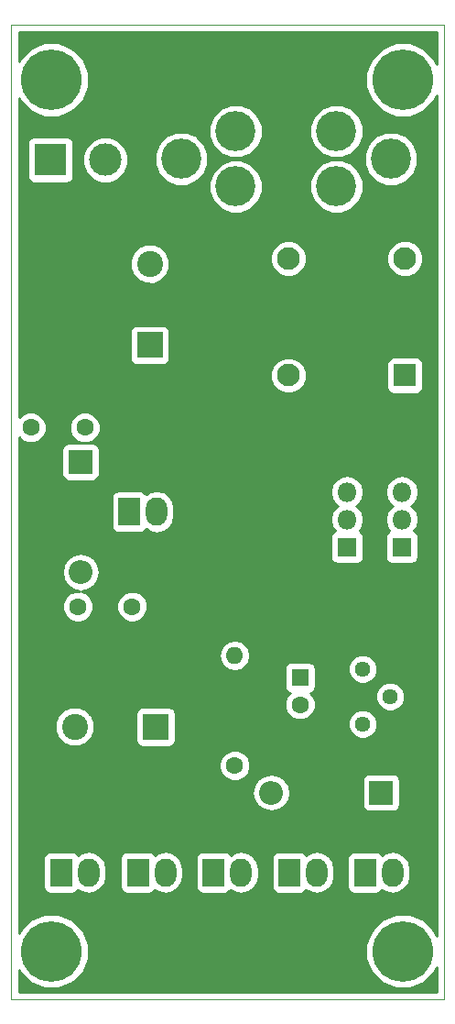
<source format=gtl>
G04 #@! TF.FileFunction,Copper,L1,Top,Signal*
%FSLAX46Y46*%
G04 Gerber Fmt 4.6, Leading zero omitted, Abs format (unit mm)*
G04 Created by KiCad (PCBNEW 4.0.7) date 03/19/18 23:16:35*
%MOMM*%
%LPD*%
G01*
G04 APERTURE LIST*
%ADD10C,0.100000*%
%ADD11C,2.100000*%
%ADD12R,2.100000X2.100000*%
%ADD13C,1.600000*%
%ADD14R,2.400000X2.400000*%
%ADD15C,2.400000*%
%ADD16R,1.600000X1.600000*%
%ADD17R,2.200000X2.200000*%
%ADD18O,2.200000X2.200000*%
%ADD19R,3.000000X3.000000*%
%ADD20C,3.000000*%
%ADD21R,2.000000X2.600000*%
%ADD22O,2.000000X2.600000*%
%ADD23O,1.600000X1.600000*%
%ADD24C,1.440000*%
%ADD25R,1.800000X1.800000*%
%ADD26O,1.800000X1.800000*%
%ADD27C,3.700000*%
%ADD28C,5.600000*%
%ADD29C,0.600000*%
%ADD30C,0.254000*%
G04 APERTURE END LIST*
D10*
X159800000Y-142400000D02*
X119800000Y-142400000D01*
X159800000Y-52400000D02*
X159800000Y-142400000D01*
X119800000Y-52400000D02*
X159800000Y-52400000D01*
X119800000Y-142400000D02*
X119800000Y-52400000D01*
D11*
X145400000Y-74000000D03*
X145400000Y-84800000D03*
D12*
X156200000Y-84800000D03*
D11*
X156200000Y-74000000D03*
D13*
X126600000Y-89600000D03*
X121600000Y-89600000D03*
D14*
X132600000Y-82000000D03*
D15*
X132600000Y-74500000D03*
D16*
X146500000Y-112700000D03*
D13*
X146500000Y-115200000D03*
X130950000Y-106150000D03*
X125950000Y-106150000D03*
D14*
X133150000Y-117250000D03*
D15*
X125650000Y-117250000D03*
D17*
X126200000Y-92800000D03*
D18*
X126200000Y-102960000D03*
D17*
X154000000Y-123325000D03*
D18*
X143840000Y-123325000D03*
D19*
X123400000Y-64900000D03*
D20*
X128480000Y-64900000D03*
D21*
X131500000Y-130700000D03*
D22*
X134040000Y-130700000D03*
D21*
X138500000Y-130700000D03*
D22*
X141040000Y-130700000D03*
D21*
X145500000Y-130700000D03*
D22*
X148040000Y-130700000D03*
D21*
X152500000Y-130700000D03*
D22*
X155040000Y-130700000D03*
D21*
X124400000Y-130700000D03*
D22*
X126940000Y-130700000D03*
D13*
X140450000Y-120825000D03*
D23*
X140450000Y-110665000D03*
D24*
X152300000Y-116980000D03*
X154840000Y-114440000D03*
X152300000Y-111900000D03*
D25*
X150850000Y-100650000D03*
D26*
X150850000Y-98110000D03*
X150850000Y-95570000D03*
D25*
X155900000Y-100650000D03*
D26*
X155900000Y-98110000D03*
X155900000Y-95570000D03*
D27*
X135500000Y-64800000D03*
X154900000Y-64800000D03*
X140540000Y-67360000D03*
X140540000Y-62250000D03*
X149860000Y-67340000D03*
X149860000Y-62240000D03*
D28*
X156000000Y-57500000D03*
X123500000Y-57500000D03*
X156000000Y-138000000D03*
X123500000Y-138000000D03*
D21*
X130700000Y-97400000D03*
D22*
X133240000Y-97400000D03*
D29*
X121600000Y-79200000D03*
D30*
G36*
X159115000Y-56043834D02*
X158913750Y-55556771D01*
X157948312Y-54589646D01*
X156686261Y-54065597D01*
X155319734Y-54064405D01*
X154056771Y-54586250D01*
X153089646Y-55551688D01*
X152565597Y-56813739D01*
X152564405Y-58180266D01*
X153086250Y-59443229D01*
X154051688Y-60410354D01*
X155313739Y-60934403D01*
X156680266Y-60935595D01*
X157943229Y-60413750D01*
X158910354Y-59448312D01*
X159115000Y-58955469D01*
X159115000Y-136543834D01*
X158913750Y-136056771D01*
X157948312Y-135089646D01*
X156686261Y-134565597D01*
X155319734Y-134564405D01*
X154056771Y-135086250D01*
X153089646Y-136051688D01*
X152565597Y-137313739D01*
X152564405Y-138680266D01*
X153086250Y-139943229D01*
X154051688Y-140910354D01*
X155313739Y-141434403D01*
X156680266Y-141435595D01*
X157943229Y-140913750D01*
X158910354Y-139948312D01*
X159115000Y-139455469D01*
X159115000Y-141715000D01*
X120485000Y-141715000D01*
X120485000Y-139698185D01*
X120586250Y-139943229D01*
X121551688Y-140910354D01*
X122813739Y-141434403D01*
X124180266Y-141435595D01*
X125443229Y-140913750D01*
X126410354Y-139948312D01*
X126934403Y-138686261D01*
X126935595Y-137319734D01*
X126413750Y-136056771D01*
X125448312Y-135089646D01*
X124186261Y-134565597D01*
X122819734Y-134564405D01*
X121556771Y-135086250D01*
X120589646Y-136051688D01*
X120485000Y-136303704D01*
X120485000Y-129400000D01*
X122752560Y-129400000D01*
X122752560Y-132000000D01*
X122796838Y-132235317D01*
X122935910Y-132451441D01*
X123148110Y-132596431D01*
X123400000Y-132647440D01*
X125400000Y-132647440D01*
X125635317Y-132603162D01*
X125851441Y-132464090D01*
X125956951Y-132309671D01*
X126314313Y-132548452D01*
X126940000Y-132672909D01*
X127565687Y-132548452D01*
X128096120Y-132194029D01*
X128450543Y-131663596D01*
X128575000Y-131037909D01*
X128575000Y-130362091D01*
X128450543Y-129736404D01*
X128225766Y-129400000D01*
X129852560Y-129400000D01*
X129852560Y-132000000D01*
X129896838Y-132235317D01*
X130035910Y-132451441D01*
X130248110Y-132596431D01*
X130500000Y-132647440D01*
X132500000Y-132647440D01*
X132735317Y-132603162D01*
X132951441Y-132464090D01*
X133056951Y-132309671D01*
X133414313Y-132548452D01*
X134040000Y-132672909D01*
X134665687Y-132548452D01*
X135196120Y-132194029D01*
X135550543Y-131663596D01*
X135675000Y-131037909D01*
X135675000Y-130362091D01*
X135550543Y-129736404D01*
X135325766Y-129400000D01*
X136852560Y-129400000D01*
X136852560Y-132000000D01*
X136896838Y-132235317D01*
X137035910Y-132451441D01*
X137248110Y-132596431D01*
X137500000Y-132647440D01*
X139500000Y-132647440D01*
X139735317Y-132603162D01*
X139951441Y-132464090D01*
X140056951Y-132309671D01*
X140414313Y-132548452D01*
X141040000Y-132672909D01*
X141665687Y-132548452D01*
X142196120Y-132194029D01*
X142550543Y-131663596D01*
X142675000Y-131037909D01*
X142675000Y-130362091D01*
X142550543Y-129736404D01*
X142325766Y-129400000D01*
X143852560Y-129400000D01*
X143852560Y-132000000D01*
X143896838Y-132235317D01*
X144035910Y-132451441D01*
X144248110Y-132596431D01*
X144500000Y-132647440D01*
X146500000Y-132647440D01*
X146735317Y-132603162D01*
X146951441Y-132464090D01*
X147056951Y-132309671D01*
X147414313Y-132548452D01*
X148040000Y-132672909D01*
X148665687Y-132548452D01*
X149196120Y-132194029D01*
X149550543Y-131663596D01*
X149675000Y-131037909D01*
X149675000Y-130362091D01*
X149550543Y-129736404D01*
X149325766Y-129400000D01*
X150852560Y-129400000D01*
X150852560Y-132000000D01*
X150896838Y-132235317D01*
X151035910Y-132451441D01*
X151248110Y-132596431D01*
X151500000Y-132647440D01*
X153500000Y-132647440D01*
X153735317Y-132603162D01*
X153951441Y-132464090D01*
X154056951Y-132309671D01*
X154414313Y-132548452D01*
X155040000Y-132672909D01*
X155665687Y-132548452D01*
X156196120Y-132194029D01*
X156550543Y-131663596D01*
X156675000Y-131037909D01*
X156675000Y-130362091D01*
X156550543Y-129736404D01*
X156196120Y-129205971D01*
X155665687Y-128851548D01*
X155040000Y-128727091D01*
X154414313Y-128851548D01*
X154055808Y-129091093D01*
X153964090Y-128948559D01*
X153751890Y-128803569D01*
X153500000Y-128752560D01*
X151500000Y-128752560D01*
X151264683Y-128796838D01*
X151048559Y-128935910D01*
X150903569Y-129148110D01*
X150852560Y-129400000D01*
X149325766Y-129400000D01*
X149196120Y-129205971D01*
X148665687Y-128851548D01*
X148040000Y-128727091D01*
X147414313Y-128851548D01*
X147055808Y-129091093D01*
X146964090Y-128948559D01*
X146751890Y-128803569D01*
X146500000Y-128752560D01*
X144500000Y-128752560D01*
X144264683Y-128796838D01*
X144048559Y-128935910D01*
X143903569Y-129148110D01*
X143852560Y-129400000D01*
X142325766Y-129400000D01*
X142196120Y-129205971D01*
X141665687Y-128851548D01*
X141040000Y-128727091D01*
X140414313Y-128851548D01*
X140055808Y-129091093D01*
X139964090Y-128948559D01*
X139751890Y-128803569D01*
X139500000Y-128752560D01*
X137500000Y-128752560D01*
X137264683Y-128796838D01*
X137048559Y-128935910D01*
X136903569Y-129148110D01*
X136852560Y-129400000D01*
X135325766Y-129400000D01*
X135196120Y-129205971D01*
X134665687Y-128851548D01*
X134040000Y-128727091D01*
X133414313Y-128851548D01*
X133055808Y-129091093D01*
X132964090Y-128948559D01*
X132751890Y-128803569D01*
X132500000Y-128752560D01*
X130500000Y-128752560D01*
X130264683Y-128796838D01*
X130048559Y-128935910D01*
X129903569Y-129148110D01*
X129852560Y-129400000D01*
X128225766Y-129400000D01*
X128096120Y-129205971D01*
X127565687Y-128851548D01*
X126940000Y-128727091D01*
X126314313Y-128851548D01*
X125955808Y-129091093D01*
X125864090Y-128948559D01*
X125651890Y-128803569D01*
X125400000Y-128752560D01*
X123400000Y-128752560D01*
X123164683Y-128796838D01*
X122948559Y-128935910D01*
X122803569Y-129148110D01*
X122752560Y-129400000D01*
X120485000Y-129400000D01*
X120485000Y-123325000D01*
X142071009Y-123325000D01*
X142203078Y-123988956D01*
X142579179Y-124551830D01*
X143142053Y-124927931D01*
X143806009Y-125060000D01*
X143873991Y-125060000D01*
X144537947Y-124927931D01*
X145100821Y-124551830D01*
X145476922Y-123988956D01*
X145608991Y-123325000D01*
X145476922Y-122661044D01*
X145185567Y-122225000D01*
X152252560Y-122225000D01*
X152252560Y-124425000D01*
X152296838Y-124660317D01*
X152435910Y-124876441D01*
X152648110Y-125021431D01*
X152900000Y-125072440D01*
X155100000Y-125072440D01*
X155335317Y-125028162D01*
X155551441Y-124889090D01*
X155696431Y-124676890D01*
X155747440Y-124425000D01*
X155747440Y-122225000D01*
X155703162Y-121989683D01*
X155564090Y-121773559D01*
X155351890Y-121628569D01*
X155100000Y-121577560D01*
X152900000Y-121577560D01*
X152664683Y-121621838D01*
X152448559Y-121760910D01*
X152303569Y-121973110D01*
X152252560Y-122225000D01*
X145185567Y-122225000D01*
X145100821Y-122098170D01*
X144537947Y-121722069D01*
X143873991Y-121590000D01*
X143806009Y-121590000D01*
X143142053Y-121722069D01*
X142579179Y-122098170D01*
X142203078Y-122661044D01*
X142071009Y-123325000D01*
X120485000Y-123325000D01*
X120485000Y-121109187D01*
X139014752Y-121109187D01*
X139232757Y-121636800D01*
X139636077Y-122040824D01*
X140163309Y-122259750D01*
X140734187Y-122260248D01*
X141261800Y-122042243D01*
X141665824Y-121638923D01*
X141884750Y-121111691D01*
X141885248Y-120540813D01*
X141667243Y-120013200D01*
X141263923Y-119609176D01*
X140736691Y-119390250D01*
X140165813Y-119389752D01*
X139638200Y-119607757D01*
X139234176Y-120011077D01*
X139015250Y-120538309D01*
X139014752Y-121109187D01*
X120485000Y-121109187D01*
X120485000Y-117613403D01*
X123814682Y-117613403D01*
X124093455Y-118288086D01*
X124609199Y-118804730D01*
X125283395Y-119084681D01*
X126013403Y-119085318D01*
X126688086Y-118806545D01*
X127204730Y-118290801D01*
X127484681Y-117616605D01*
X127485318Y-116886597D01*
X127206545Y-116211914D01*
X127044914Y-116050000D01*
X131302560Y-116050000D01*
X131302560Y-118450000D01*
X131346838Y-118685317D01*
X131485910Y-118901441D01*
X131698110Y-119046431D01*
X131950000Y-119097440D01*
X134350000Y-119097440D01*
X134585317Y-119053162D01*
X134801441Y-118914090D01*
X134946431Y-118701890D01*
X134997440Y-118450000D01*
X134997440Y-117248344D01*
X150944765Y-117248344D01*
X151150617Y-117746543D01*
X151531452Y-118128043D01*
X152029291Y-118334764D01*
X152568344Y-118335235D01*
X153066543Y-118129383D01*
X153448043Y-117748548D01*
X153654764Y-117250709D01*
X153655235Y-116711656D01*
X153449383Y-116213457D01*
X153068548Y-115831957D01*
X152570709Y-115625236D01*
X152031656Y-115624765D01*
X151533457Y-115830617D01*
X151151957Y-116211452D01*
X150945236Y-116709291D01*
X150944765Y-117248344D01*
X134997440Y-117248344D01*
X134997440Y-116050000D01*
X134953162Y-115814683D01*
X134814090Y-115598559D01*
X134601890Y-115453569D01*
X134350000Y-115402560D01*
X131950000Y-115402560D01*
X131714683Y-115446838D01*
X131498559Y-115585910D01*
X131353569Y-115798110D01*
X131302560Y-116050000D01*
X127044914Y-116050000D01*
X126690801Y-115695270D01*
X126016605Y-115415319D01*
X125286597Y-115414682D01*
X124611914Y-115693455D01*
X124095270Y-116209199D01*
X123815319Y-116883395D01*
X123814682Y-117613403D01*
X120485000Y-117613403D01*
X120485000Y-110636887D01*
X139015000Y-110636887D01*
X139015000Y-110693113D01*
X139124233Y-111242264D01*
X139435302Y-111707811D01*
X139900849Y-112018880D01*
X140450000Y-112128113D01*
X140999151Y-112018880D01*
X141177067Y-111900000D01*
X145052560Y-111900000D01*
X145052560Y-113500000D01*
X145096838Y-113735317D01*
X145235910Y-113951441D01*
X145448110Y-114096431D01*
X145553041Y-114117680D01*
X145284176Y-114386077D01*
X145065250Y-114913309D01*
X145064752Y-115484187D01*
X145282757Y-116011800D01*
X145686077Y-116415824D01*
X146213309Y-116634750D01*
X146784187Y-116635248D01*
X147311800Y-116417243D01*
X147715824Y-116013923D01*
X147934750Y-115486691D01*
X147935248Y-114915813D01*
X147849524Y-114708344D01*
X153484765Y-114708344D01*
X153690617Y-115206543D01*
X154071452Y-115588043D01*
X154569291Y-115794764D01*
X155108344Y-115795235D01*
X155606543Y-115589383D01*
X155988043Y-115208548D01*
X156194764Y-114710709D01*
X156195235Y-114171656D01*
X155989383Y-113673457D01*
X155608548Y-113291957D01*
X155110709Y-113085236D01*
X154571656Y-113084765D01*
X154073457Y-113290617D01*
X153691957Y-113671452D01*
X153485236Y-114169291D01*
X153484765Y-114708344D01*
X147849524Y-114708344D01*
X147717243Y-114388200D01*
X147448928Y-114119417D01*
X147535317Y-114103162D01*
X147751441Y-113964090D01*
X147896431Y-113751890D01*
X147947440Y-113500000D01*
X147947440Y-112168344D01*
X150944765Y-112168344D01*
X151150617Y-112666543D01*
X151531452Y-113048043D01*
X152029291Y-113254764D01*
X152568344Y-113255235D01*
X153066543Y-113049383D01*
X153448043Y-112668548D01*
X153654764Y-112170709D01*
X153655235Y-111631656D01*
X153449383Y-111133457D01*
X153068548Y-110751957D01*
X152570709Y-110545236D01*
X152031656Y-110544765D01*
X151533457Y-110750617D01*
X151151957Y-111131452D01*
X150945236Y-111629291D01*
X150944765Y-112168344D01*
X147947440Y-112168344D01*
X147947440Y-111900000D01*
X147903162Y-111664683D01*
X147764090Y-111448559D01*
X147551890Y-111303569D01*
X147300000Y-111252560D01*
X145700000Y-111252560D01*
X145464683Y-111296838D01*
X145248559Y-111435910D01*
X145103569Y-111648110D01*
X145052560Y-111900000D01*
X141177067Y-111900000D01*
X141464698Y-111707811D01*
X141775767Y-111242264D01*
X141885000Y-110693113D01*
X141885000Y-110636887D01*
X141775767Y-110087736D01*
X141464698Y-109622189D01*
X140999151Y-109311120D01*
X140450000Y-109201887D01*
X139900849Y-109311120D01*
X139435302Y-109622189D01*
X139124233Y-110087736D01*
X139015000Y-110636887D01*
X120485000Y-110636887D01*
X120485000Y-102926009D01*
X124465000Y-102926009D01*
X124465000Y-102993991D01*
X124597069Y-103657947D01*
X124973170Y-104220821D01*
X125536044Y-104596922D01*
X126130453Y-104715157D01*
X125665813Y-104714752D01*
X125138200Y-104932757D01*
X124734176Y-105336077D01*
X124515250Y-105863309D01*
X124514752Y-106434187D01*
X124732757Y-106961800D01*
X125136077Y-107365824D01*
X125663309Y-107584750D01*
X126234187Y-107585248D01*
X126761800Y-107367243D01*
X127165824Y-106963923D01*
X127384750Y-106436691D01*
X127384752Y-106434187D01*
X129514752Y-106434187D01*
X129732757Y-106961800D01*
X130136077Y-107365824D01*
X130663309Y-107584750D01*
X131234187Y-107585248D01*
X131761800Y-107367243D01*
X132165824Y-106963923D01*
X132384750Y-106436691D01*
X132385248Y-105865813D01*
X132167243Y-105338200D01*
X131763923Y-104934176D01*
X131236691Y-104715250D01*
X130665813Y-104714752D01*
X130138200Y-104932757D01*
X129734176Y-105336077D01*
X129515250Y-105863309D01*
X129514752Y-106434187D01*
X127384752Y-106434187D01*
X127385248Y-105865813D01*
X127167243Y-105338200D01*
X126763923Y-104934176D01*
X126247181Y-104719606D01*
X126863956Y-104596922D01*
X127426830Y-104220821D01*
X127802931Y-103657947D01*
X127935000Y-102993991D01*
X127935000Y-102926009D01*
X127802931Y-102262053D01*
X127426830Y-101699179D01*
X126863956Y-101323078D01*
X126200000Y-101191009D01*
X125536044Y-101323078D01*
X124973170Y-101699179D01*
X124597069Y-102262053D01*
X124465000Y-102926009D01*
X120485000Y-102926009D01*
X120485000Y-99750000D01*
X149302560Y-99750000D01*
X149302560Y-101550000D01*
X149346838Y-101785317D01*
X149485910Y-102001441D01*
X149698110Y-102146431D01*
X149950000Y-102197440D01*
X151750000Y-102197440D01*
X151985317Y-102153162D01*
X152201441Y-102014090D01*
X152346431Y-101801890D01*
X152397440Y-101550000D01*
X152397440Y-99750000D01*
X154352560Y-99750000D01*
X154352560Y-101550000D01*
X154396838Y-101785317D01*
X154535910Y-102001441D01*
X154748110Y-102146431D01*
X155000000Y-102197440D01*
X156800000Y-102197440D01*
X157035317Y-102153162D01*
X157251441Y-102014090D01*
X157396431Y-101801890D01*
X157447440Y-101550000D01*
X157447440Y-99750000D01*
X157403162Y-99514683D01*
X157264090Y-99298559D01*
X157051890Y-99153569D01*
X157035656Y-99150281D01*
X157318155Y-98727491D01*
X157435000Y-98140072D01*
X157435000Y-98079928D01*
X157318155Y-97492509D01*
X156985409Y-96994519D01*
X156754155Y-96840000D01*
X156985409Y-96685481D01*
X157318155Y-96187491D01*
X157435000Y-95600072D01*
X157435000Y-95539928D01*
X157318155Y-94952509D01*
X156985409Y-94454519D01*
X156487419Y-94121773D01*
X155900000Y-94004928D01*
X155312581Y-94121773D01*
X154814591Y-94454519D01*
X154481845Y-94952509D01*
X154365000Y-95539928D01*
X154365000Y-95600072D01*
X154481845Y-96187491D01*
X154814591Y-96685481D01*
X155045845Y-96840000D01*
X154814591Y-96994519D01*
X154481845Y-97492509D01*
X154365000Y-98079928D01*
X154365000Y-98140072D01*
X154481845Y-98727491D01*
X154762837Y-99148026D01*
X154548559Y-99285910D01*
X154403569Y-99498110D01*
X154352560Y-99750000D01*
X152397440Y-99750000D01*
X152353162Y-99514683D01*
X152214090Y-99298559D01*
X152001890Y-99153569D01*
X151985656Y-99150281D01*
X152268155Y-98727491D01*
X152385000Y-98140072D01*
X152385000Y-98079928D01*
X152268155Y-97492509D01*
X151935409Y-96994519D01*
X151704155Y-96840000D01*
X151935409Y-96685481D01*
X152268155Y-96187491D01*
X152385000Y-95600072D01*
X152385000Y-95539928D01*
X152268155Y-94952509D01*
X151935409Y-94454519D01*
X151437419Y-94121773D01*
X150850000Y-94004928D01*
X150262581Y-94121773D01*
X149764591Y-94454519D01*
X149431845Y-94952509D01*
X149315000Y-95539928D01*
X149315000Y-95600072D01*
X149431845Y-96187491D01*
X149764591Y-96685481D01*
X149995845Y-96840000D01*
X149764591Y-96994519D01*
X149431845Y-97492509D01*
X149315000Y-98079928D01*
X149315000Y-98140072D01*
X149431845Y-98727491D01*
X149712837Y-99148026D01*
X149498559Y-99285910D01*
X149353569Y-99498110D01*
X149302560Y-99750000D01*
X120485000Y-99750000D01*
X120485000Y-96100000D01*
X129052560Y-96100000D01*
X129052560Y-98700000D01*
X129096838Y-98935317D01*
X129235910Y-99151441D01*
X129448110Y-99296431D01*
X129700000Y-99347440D01*
X131700000Y-99347440D01*
X131935317Y-99303162D01*
X132151441Y-99164090D01*
X132256951Y-99009671D01*
X132614313Y-99248452D01*
X133240000Y-99372909D01*
X133865687Y-99248452D01*
X134396120Y-98894029D01*
X134750543Y-98363596D01*
X134875000Y-97737909D01*
X134875000Y-97062091D01*
X134750543Y-96436404D01*
X134396120Y-95905971D01*
X133865687Y-95551548D01*
X133240000Y-95427091D01*
X132614313Y-95551548D01*
X132255808Y-95791093D01*
X132164090Y-95648559D01*
X131951890Y-95503569D01*
X131700000Y-95452560D01*
X129700000Y-95452560D01*
X129464683Y-95496838D01*
X129248559Y-95635910D01*
X129103569Y-95848110D01*
X129052560Y-96100000D01*
X120485000Y-96100000D01*
X120485000Y-91700000D01*
X124452560Y-91700000D01*
X124452560Y-93900000D01*
X124496838Y-94135317D01*
X124635910Y-94351441D01*
X124848110Y-94496431D01*
X125100000Y-94547440D01*
X127300000Y-94547440D01*
X127535317Y-94503162D01*
X127751441Y-94364090D01*
X127896431Y-94151890D01*
X127947440Y-93900000D01*
X127947440Y-91700000D01*
X127903162Y-91464683D01*
X127764090Y-91248559D01*
X127551890Y-91103569D01*
X127300000Y-91052560D01*
X125100000Y-91052560D01*
X124864683Y-91096838D01*
X124648559Y-91235910D01*
X124503569Y-91448110D01*
X124452560Y-91700000D01*
X120485000Y-91700000D01*
X120485000Y-90514221D01*
X120786077Y-90815824D01*
X121313309Y-91034750D01*
X121884187Y-91035248D01*
X122411800Y-90817243D01*
X122815824Y-90413923D01*
X123034750Y-89886691D01*
X123034752Y-89884187D01*
X125164752Y-89884187D01*
X125382757Y-90411800D01*
X125786077Y-90815824D01*
X126313309Y-91034750D01*
X126884187Y-91035248D01*
X127411800Y-90817243D01*
X127815824Y-90413923D01*
X128034750Y-89886691D01*
X128035248Y-89315813D01*
X127817243Y-88788200D01*
X127413923Y-88384176D01*
X126886691Y-88165250D01*
X126315813Y-88164752D01*
X125788200Y-88382757D01*
X125384176Y-88786077D01*
X125165250Y-89313309D01*
X125164752Y-89884187D01*
X123034752Y-89884187D01*
X123035248Y-89315813D01*
X122817243Y-88788200D01*
X122413923Y-88384176D01*
X121886691Y-88165250D01*
X121315813Y-88164752D01*
X120788200Y-88382757D01*
X120485000Y-88685429D01*
X120485000Y-85133697D01*
X143714708Y-85133697D01*
X143970694Y-85753229D01*
X144444278Y-86227640D01*
X145063362Y-86484707D01*
X145733697Y-86485292D01*
X146353229Y-86229306D01*
X146827640Y-85755722D01*
X147084707Y-85136638D01*
X147085292Y-84466303D01*
X146829306Y-83846771D01*
X146732704Y-83750000D01*
X154502560Y-83750000D01*
X154502560Y-85850000D01*
X154546838Y-86085317D01*
X154685910Y-86301441D01*
X154898110Y-86446431D01*
X155150000Y-86497440D01*
X157250000Y-86497440D01*
X157485317Y-86453162D01*
X157701441Y-86314090D01*
X157846431Y-86101890D01*
X157897440Y-85850000D01*
X157897440Y-83750000D01*
X157853162Y-83514683D01*
X157714090Y-83298559D01*
X157501890Y-83153569D01*
X157250000Y-83102560D01*
X155150000Y-83102560D01*
X154914683Y-83146838D01*
X154698559Y-83285910D01*
X154553569Y-83498110D01*
X154502560Y-83750000D01*
X146732704Y-83750000D01*
X146355722Y-83372360D01*
X145736638Y-83115293D01*
X145066303Y-83114708D01*
X144446771Y-83370694D01*
X143972360Y-83844278D01*
X143715293Y-84463362D01*
X143714708Y-85133697D01*
X120485000Y-85133697D01*
X120485000Y-80800000D01*
X130752560Y-80800000D01*
X130752560Y-83200000D01*
X130796838Y-83435317D01*
X130935910Y-83651441D01*
X131148110Y-83796431D01*
X131400000Y-83847440D01*
X133800000Y-83847440D01*
X134035317Y-83803162D01*
X134251441Y-83664090D01*
X134396431Y-83451890D01*
X134447440Y-83200000D01*
X134447440Y-80800000D01*
X134403162Y-80564683D01*
X134264090Y-80348559D01*
X134051890Y-80203569D01*
X133800000Y-80152560D01*
X131400000Y-80152560D01*
X131164683Y-80196838D01*
X130948559Y-80335910D01*
X130803569Y-80548110D01*
X130752560Y-80800000D01*
X120485000Y-80800000D01*
X120485000Y-74863403D01*
X130764682Y-74863403D01*
X131043455Y-75538086D01*
X131559199Y-76054730D01*
X132233395Y-76334681D01*
X132963403Y-76335318D01*
X133638086Y-76056545D01*
X134154730Y-75540801D01*
X134434681Y-74866605D01*
X134435146Y-74333697D01*
X143714708Y-74333697D01*
X143970694Y-74953229D01*
X144444278Y-75427640D01*
X145063362Y-75684707D01*
X145733697Y-75685292D01*
X146353229Y-75429306D01*
X146827640Y-74955722D01*
X147084707Y-74336638D01*
X147084709Y-74333697D01*
X154514708Y-74333697D01*
X154770694Y-74953229D01*
X155244278Y-75427640D01*
X155863362Y-75684707D01*
X156533697Y-75685292D01*
X157153229Y-75429306D01*
X157627640Y-74955722D01*
X157884707Y-74336638D01*
X157885292Y-73666303D01*
X157629306Y-73046771D01*
X157155722Y-72572360D01*
X156536638Y-72315293D01*
X155866303Y-72314708D01*
X155246771Y-72570694D01*
X154772360Y-73044278D01*
X154515293Y-73663362D01*
X154514708Y-74333697D01*
X147084709Y-74333697D01*
X147085292Y-73666303D01*
X146829306Y-73046771D01*
X146355722Y-72572360D01*
X145736638Y-72315293D01*
X145066303Y-72314708D01*
X144446771Y-72570694D01*
X143972360Y-73044278D01*
X143715293Y-73663362D01*
X143714708Y-74333697D01*
X134435146Y-74333697D01*
X134435318Y-74136597D01*
X134156545Y-73461914D01*
X133640801Y-72945270D01*
X132966605Y-72665319D01*
X132236597Y-72664682D01*
X131561914Y-72943455D01*
X131045270Y-73459199D01*
X130765319Y-74133395D01*
X130764682Y-74863403D01*
X120485000Y-74863403D01*
X120485000Y-67852128D01*
X138054570Y-67852128D01*
X138432091Y-68765800D01*
X139130523Y-69465452D01*
X140043534Y-69844568D01*
X141032128Y-69845430D01*
X141945800Y-69467909D01*
X142645452Y-68769477D01*
X143024568Y-67856466D01*
X143024589Y-67832128D01*
X147374570Y-67832128D01*
X147752091Y-68745800D01*
X148450523Y-69445452D01*
X149363534Y-69824568D01*
X150352128Y-69825430D01*
X151265800Y-69447909D01*
X151965452Y-68749477D01*
X152344568Y-67836466D01*
X152345430Y-66847872D01*
X151967909Y-65934200D01*
X151326957Y-65292128D01*
X152414570Y-65292128D01*
X152792091Y-66205800D01*
X153490523Y-66905452D01*
X154403534Y-67284568D01*
X155392128Y-67285430D01*
X156305800Y-66907909D01*
X157005452Y-66209477D01*
X157384568Y-65296466D01*
X157385430Y-64307872D01*
X157007909Y-63394200D01*
X156309477Y-62694548D01*
X155396466Y-62315432D01*
X154407872Y-62314570D01*
X153494200Y-62692091D01*
X152794548Y-63390523D01*
X152415432Y-64303534D01*
X152414570Y-65292128D01*
X151326957Y-65292128D01*
X151269477Y-65234548D01*
X150356466Y-64855432D01*
X149367872Y-64854570D01*
X148454200Y-65232091D01*
X147754548Y-65930523D01*
X147375432Y-66843534D01*
X147374570Y-67832128D01*
X143024589Y-67832128D01*
X143025430Y-66867872D01*
X142647909Y-65954200D01*
X141949477Y-65254548D01*
X141036466Y-64875432D01*
X140047872Y-64874570D01*
X139134200Y-65252091D01*
X138434548Y-65950523D01*
X138055432Y-66863534D01*
X138054570Y-67852128D01*
X120485000Y-67852128D01*
X120485000Y-63400000D01*
X121252560Y-63400000D01*
X121252560Y-66400000D01*
X121296838Y-66635317D01*
X121435910Y-66851441D01*
X121648110Y-66996431D01*
X121900000Y-67047440D01*
X124900000Y-67047440D01*
X125135317Y-67003162D01*
X125351441Y-66864090D01*
X125496431Y-66651890D01*
X125547440Y-66400000D01*
X125547440Y-65322815D01*
X126344630Y-65322815D01*
X126668980Y-66107800D01*
X127269041Y-66708909D01*
X128053459Y-67034628D01*
X128902815Y-67035370D01*
X129687800Y-66711020D01*
X130288909Y-66110959D01*
X130614628Y-65326541D01*
X130614658Y-65292128D01*
X133014570Y-65292128D01*
X133392091Y-66205800D01*
X134090523Y-66905452D01*
X135003534Y-67284568D01*
X135992128Y-67285430D01*
X136905800Y-66907909D01*
X137605452Y-66209477D01*
X137984568Y-65296466D01*
X137985430Y-64307872D01*
X137607909Y-63394200D01*
X136956975Y-62742128D01*
X138054570Y-62742128D01*
X138432091Y-63655800D01*
X139130523Y-64355452D01*
X140043534Y-64734568D01*
X141032128Y-64735430D01*
X141945800Y-64357909D01*
X142645452Y-63659477D01*
X143024568Y-62746466D01*
X143024580Y-62732128D01*
X147374570Y-62732128D01*
X147752091Y-63645800D01*
X148450523Y-64345452D01*
X149363534Y-64724568D01*
X150352128Y-64725430D01*
X151265800Y-64347909D01*
X151965452Y-63649477D01*
X152344568Y-62736466D01*
X152345430Y-61747872D01*
X151967909Y-60834200D01*
X151269477Y-60134548D01*
X150356466Y-59755432D01*
X149367872Y-59754570D01*
X148454200Y-60132091D01*
X147754548Y-60830523D01*
X147375432Y-61743534D01*
X147374570Y-62732128D01*
X143024580Y-62732128D01*
X143025430Y-61757872D01*
X142647909Y-60844200D01*
X141949477Y-60144548D01*
X141036466Y-59765432D01*
X140047872Y-59764570D01*
X139134200Y-60142091D01*
X138434548Y-60840523D01*
X138055432Y-61753534D01*
X138054570Y-62742128D01*
X136956975Y-62742128D01*
X136909477Y-62694548D01*
X135996466Y-62315432D01*
X135007872Y-62314570D01*
X134094200Y-62692091D01*
X133394548Y-63390523D01*
X133015432Y-64303534D01*
X133014570Y-65292128D01*
X130614658Y-65292128D01*
X130615370Y-64477185D01*
X130291020Y-63692200D01*
X129690959Y-63091091D01*
X128906541Y-62765372D01*
X128057185Y-62764630D01*
X127272200Y-63088980D01*
X126671091Y-63689041D01*
X126345372Y-64473459D01*
X126344630Y-65322815D01*
X125547440Y-65322815D01*
X125547440Y-63400000D01*
X125503162Y-63164683D01*
X125364090Y-62948559D01*
X125151890Y-62803569D01*
X124900000Y-62752560D01*
X121900000Y-62752560D01*
X121664683Y-62796838D01*
X121448559Y-62935910D01*
X121303569Y-63148110D01*
X121252560Y-63400000D01*
X120485000Y-63400000D01*
X120485000Y-59198185D01*
X120586250Y-59443229D01*
X121551688Y-60410354D01*
X122813739Y-60934403D01*
X124180266Y-60935595D01*
X125443229Y-60413750D01*
X126410354Y-59448312D01*
X126934403Y-58186261D01*
X126935595Y-56819734D01*
X126413750Y-55556771D01*
X125448312Y-54589646D01*
X124186261Y-54065597D01*
X122819734Y-54064405D01*
X121556771Y-54586250D01*
X120589646Y-55551688D01*
X120485000Y-55803704D01*
X120485000Y-53085000D01*
X159115000Y-53085000D01*
X159115000Y-56043834D01*
X159115000Y-56043834D01*
G37*
X159115000Y-56043834D02*
X158913750Y-55556771D01*
X157948312Y-54589646D01*
X156686261Y-54065597D01*
X155319734Y-54064405D01*
X154056771Y-54586250D01*
X153089646Y-55551688D01*
X152565597Y-56813739D01*
X152564405Y-58180266D01*
X153086250Y-59443229D01*
X154051688Y-60410354D01*
X155313739Y-60934403D01*
X156680266Y-60935595D01*
X157943229Y-60413750D01*
X158910354Y-59448312D01*
X159115000Y-58955469D01*
X159115000Y-136543834D01*
X158913750Y-136056771D01*
X157948312Y-135089646D01*
X156686261Y-134565597D01*
X155319734Y-134564405D01*
X154056771Y-135086250D01*
X153089646Y-136051688D01*
X152565597Y-137313739D01*
X152564405Y-138680266D01*
X153086250Y-139943229D01*
X154051688Y-140910354D01*
X155313739Y-141434403D01*
X156680266Y-141435595D01*
X157943229Y-140913750D01*
X158910354Y-139948312D01*
X159115000Y-139455469D01*
X159115000Y-141715000D01*
X120485000Y-141715000D01*
X120485000Y-139698185D01*
X120586250Y-139943229D01*
X121551688Y-140910354D01*
X122813739Y-141434403D01*
X124180266Y-141435595D01*
X125443229Y-140913750D01*
X126410354Y-139948312D01*
X126934403Y-138686261D01*
X126935595Y-137319734D01*
X126413750Y-136056771D01*
X125448312Y-135089646D01*
X124186261Y-134565597D01*
X122819734Y-134564405D01*
X121556771Y-135086250D01*
X120589646Y-136051688D01*
X120485000Y-136303704D01*
X120485000Y-129400000D01*
X122752560Y-129400000D01*
X122752560Y-132000000D01*
X122796838Y-132235317D01*
X122935910Y-132451441D01*
X123148110Y-132596431D01*
X123400000Y-132647440D01*
X125400000Y-132647440D01*
X125635317Y-132603162D01*
X125851441Y-132464090D01*
X125956951Y-132309671D01*
X126314313Y-132548452D01*
X126940000Y-132672909D01*
X127565687Y-132548452D01*
X128096120Y-132194029D01*
X128450543Y-131663596D01*
X128575000Y-131037909D01*
X128575000Y-130362091D01*
X128450543Y-129736404D01*
X128225766Y-129400000D01*
X129852560Y-129400000D01*
X129852560Y-132000000D01*
X129896838Y-132235317D01*
X130035910Y-132451441D01*
X130248110Y-132596431D01*
X130500000Y-132647440D01*
X132500000Y-132647440D01*
X132735317Y-132603162D01*
X132951441Y-132464090D01*
X133056951Y-132309671D01*
X133414313Y-132548452D01*
X134040000Y-132672909D01*
X134665687Y-132548452D01*
X135196120Y-132194029D01*
X135550543Y-131663596D01*
X135675000Y-131037909D01*
X135675000Y-130362091D01*
X135550543Y-129736404D01*
X135325766Y-129400000D01*
X136852560Y-129400000D01*
X136852560Y-132000000D01*
X136896838Y-132235317D01*
X137035910Y-132451441D01*
X137248110Y-132596431D01*
X137500000Y-132647440D01*
X139500000Y-132647440D01*
X139735317Y-132603162D01*
X139951441Y-132464090D01*
X140056951Y-132309671D01*
X140414313Y-132548452D01*
X141040000Y-132672909D01*
X141665687Y-132548452D01*
X142196120Y-132194029D01*
X142550543Y-131663596D01*
X142675000Y-131037909D01*
X142675000Y-130362091D01*
X142550543Y-129736404D01*
X142325766Y-129400000D01*
X143852560Y-129400000D01*
X143852560Y-132000000D01*
X143896838Y-132235317D01*
X144035910Y-132451441D01*
X144248110Y-132596431D01*
X144500000Y-132647440D01*
X146500000Y-132647440D01*
X146735317Y-132603162D01*
X146951441Y-132464090D01*
X147056951Y-132309671D01*
X147414313Y-132548452D01*
X148040000Y-132672909D01*
X148665687Y-132548452D01*
X149196120Y-132194029D01*
X149550543Y-131663596D01*
X149675000Y-131037909D01*
X149675000Y-130362091D01*
X149550543Y-129736404D01*
X149325766Y-129400000D01*
X150852560Y-129400000D01*
X150852560Y-132000000D01*
X150896838Y-132235317D01*
X151035910Y-132451441D01*
X151248110Y-132596431D01*
X151500000Y-132647440D01*
X153500000Y-132647440D01*
X153735317Y-132603162D01*
X153951441Y-132464090D01*
X154056951Y-132309671D01*
X154414313Y-132548452D01*
X155040000Y-132672909D01*
X155665687Y-132548452D01*
X156196120Y-132194029D01*
X156550543Y-131663596D01*
X156675000Y-131037909D01*
X156675000Y-130362091D01*
X156550543Y-129736404D01*
X156196120Y-129205971D01*
X155665687Y-128851548D01*
X155040000Y-128727091D01*
X154414313Y-128851548D01*
X154055808Y-129091093D01*
X153964090Y-128948559D01*
X153751890Y-128803569D01*
X153500000Y-128752560D01*
X151500000Y-128752560D01*
X151264683Y-128796838D01*
X151048559Y-128935910D01*
X150903569Y-129148110D01*
X150852560Y-129400000D01*
X149325766Y-129400000D01*
X149196120Y-129205971D01*
X148665687Y-128851548D01*
X148040000Y-128727091D01*
X147414313Y-128851548D01*
X147055808Y-129091093D01*
X146964090Y-128948559D01*
X146751890Y-128803569D01*
X146500000Y-128752560D01*
X144500000Y-128752560D01*
X144264683Y-128796838D01*
X144048559Y-128935910D01*
X143903569Y-129148110D01*
X143852560Y-129400000D01*
X142325766Y-129400000D01*
X142196120Y-129205971D01*
X141665687Y-128851548D01*
X141040000Y-128727091D01*
X140414313Y-128851548D01*
X140055808Y-129091093D01*
X139964090Y-128948559D01*
X139751890Y-128803569D01*
X139500000Y-128752560D01*
X137500000Y-128752560D01*
X137264683Y-128796838D01*
X137048559Y-128935910D01*
X136903569Y-129148110D01*
X136852560Y-129400000D01*
X135325766Y-129400000D01*
X135196120Y-129205971D01*
X134665687Y-128851548D01*
X134040000Y-128727091D01*
X133414313Y-128851548D01*
X133055808Y-129091093D01*
X132964090Y-128948559D01*
X132751890Y-128803569D01*
X132500000Y-128752560D01*
X130500000Y-128752560D01*
X130264683Y-128796838D01*
X130048559Y-128935910D01*
X129903569Y-129148110D01*
X129852560Y-129400000D01*
X128225766Y-129400000D01*
X128096120Y-129205971D01*
X127565687Y-128851548D01*
X126940000Y-128727091D01*
X126314313Y-128851548D01*
X125955808Y-129091093D01*
X125864090Y-128948559D01*
X125651890Y-128803569D01*
X125400000Y-128752560D01*
X123400000Y-128752560D01*
X123164683Y-128796838D01*
X122948559Y-128935910D01*
X122803569Y-129148110D01*
X122752560Y-129400000D01*
X120485000Y-129400000D01*
X120485000Y-123325000D01*
X142071009Y-123325000D01*
X142203078Y-123988956D01*
X142579179Y-124551830D01*
X143142053Y-124927931D01*
X143806009Y-125060000D01*
X143873991Y-125060000D01*
X144537947Y-124927931D01*
X145100821Y-124551830D01*
X145476922Y-123988956D01*
X145608991Y-123325000D01*
X145476922Y-122661044D01*
X145185567Y-122225000D01*
X152252560Y-122225000D01*
X152252560Y-124425000D01*
X152296838Y-124660317D01*
X152435910Y-124876441D01*
X152648110Y-125021431D01*
X152900000Y-125072440D01*
X155100000Y-125072440D01*
X155335317Y-125028162D01*
X155551441Y-124889090D01*
X155696431Y-124676890D01*
X155747440Y-124425000D01*
X155747440Y-122225000D01*
X155703162Y-121989683D01*
X155564090Y-121773559D01*
X155351890Y-121628569D01*
X155100000Y-121577560D01*
X152900000Y-121577560D01*
X152664683Y-121621838D01*
X152448559Y-121760910D01*
X152303569Y-121973110D01*
X152252560Y-122225000D01*
X145185567Y-122225000D01*
X145100821Y-122098170D01*
X144537947Y-121722069D01*
X143873991Y-121590000D01*
X143806009Y-121590000D01*
X143142053Y-121722069D01*
X142579179Y-122098170D01*
X142203078Y-122661044D01*
X142071009Y-123325000D01*
X120485000Y-123325000D01*
X120485000Y-121109187D01*
X139014752Y-121109187D01*
X139232757Y-121636800D01*
X139636077Y-122040824D01*
X140163309Y-122259750D01*
X140734187Y-122260248D01*
X141261800Y-122042243D01*
X141665824Y-121638923D01*
X141884750Y-121111691D01*
X141885248Y-120540813D01*
X141667243Y-120013200D01*
X141263923Y-119609176D01*
X140736691Y-119390250D01*
X140165813Y-119389752D01*
X139638200Y-119607757D01*
X139234176Y-120011077D01*
X139015250Y-120538309D01*
X139014752Y-121109187D01*
X120485000Y-121109187D01*
X120485000Y-117613403D01*
X123814682Y-117613403D01*
X124093455Y-118288086D01*
X124609199Y-118804730D01*
X125283395Y-119084681D01*
X126013403Y-119085318D01*
X126688086Y-118806545D01*
X127204730Y-118290801D01*
X127484681Y-117616605D01*
X127485318Y-116886597D01*
X127206545Y-116211914D01*
X127044914Y-116050000D01*
X131302560Y-116050000D01*
X131302560Y-118450000D01*
X131346838Y-118685317D01*
X131485910Y-118901441D01*
X131698110Y-119046431D01*
X131950000Y-119097440D01*
X134350000Y-119097440D01*
X134585317Y-119053162D01*
X134801441Y-118914090D01*
X134946431Y-118701890D01*
X134997440Y-118450000D01*
X134997440Y-117248344D01*
X150944765Y-117248344D01*
X151150617Y-117746543D01*
X151531452Y-118128043D01*
X152029291Y-118334764D01*
X152568344Y-118335235D01*
X153066543Y-118129383D01*
X153448043Y-117748548D01*
X153654764Y-117250709D01*
X153655235Y-116711656D01*
X153449383Y-116213457D01*
X153068548Y-115831957D01*
X152570709Y-115625236D01*
X152031656Y-115624765D01*
X151533457Y-115830617D01*
X151151957Y-116211452D01*
X150945236Y-116709291D01*
X150944765Y-117248344D01*
X134997440Y-117248344D01*
X134997440Y-116050000D01*
X134953162Y-115814683D01*
X134814090Y-115598559D01*
X134601890Y-115453569D01*
X134350000Y-115402560D01*
X131950000Y-115402560D01*
X131714683Y-115446838D01*
X131498559Y-115585910D01*
X131353569Y-115798110D01*
X131302560Y-116050000D01*
X127044914Y-116050000D01*
X126690801Y-115695270D01*
X126016605Y-115415319D01*
X125286597Y-115414682D01*
X124611914Y-115693455D01*
X124095270Y-116209199D01*
X123815319Y-116883395D01*
X123814682Y-117613403D01*
X120485000Y-117613403D01*
X120485000Y-110636887D01*
X139015000Y-110636887D01*
X139015000Y-110693113D01*
X139124233Y-111242264D01*
X139435302Y-111707811D01*
X139900849Y-112018880D01*
X140450000Y-112128113D01*
X140999151Y-112018880D01*
X141177067Y-111900000D01*
X145052560Y-111900000D01*
X145052560Y-113500000D01*
X145096838Y-113735317D01*
X145235910Y-113951441D01*
X145448110Y-114096431D01*
X145553041Y-114117680D01*
X145284176Y-114386077D01*
X145065250Y-114913309D01*
X145064752Y-115484187D01*
X145282757Y-116011800D01*
X145686077Y-116415824D01*
X146213309Y-116634750D01*
X146784187Y-116635248D01*
X147311800Y-116417243D01*
X147715824Y-116013923D01*
X147934750Y-115486691D01*
X147935248Y-114915813D01*
X147849524Y-114708344D01*
X153484765Y-114708344D01*
X153690617Y-115206543D01*
X154071452Y-115588043D01*
X154569291Y-115794764D01*
X155108344Y-115795235D01*
X155606543Y-115589383D01*
X155988043Y-115208548D01*
X156194764Y-114710709D01*
X156195235Y-114171656D01*
X155989383Y-113673457D01*
X155608548Y-113291957D01*
X155110709Y-113085236D01*
X154571656Y-113084765D01*
X154073457Y-113290617D01*
X153691957Y-113671452D01*
X153485236Y-114169291D01*
X153484765Y-114708344D01*
X147849524Y-114708344D01*
X147717243Y-114388200D01*
X147448928Y-114119417D01*
X147535317Y-114103162D01*
X147751441Y-113964090D01*
X147896431Y-113751890D01*
X147947440Y-113500000D01*
X147947440Y-112168344D01*
X150944765Y-112168344D01*
X151150617Y-112666543D01*
X151531452Y-113048043D01*
X152029291Y-113254764D01*
X152568344Y-113255235D01*
X153066543Y-113049383D01*
X153448043Y-112668548D01*
X153654764Y-112170709D01*
X153655235Y-111631656D01*
X153449383Y-111133457D01*
X153068548Y-110751957D01*
X152570709Y-110545236D01*
X152031656Y-110544765D01*
X151533457Y-110750617D01*
X151151957Y-111131452D01*
X150945236Y-111629291D01*
X150944765Y-112168344D01*
X147947440Y-112168344D01*
X147947440Y-111900000D01*
X147903162Y-111664683D01*
X147764090Y-111448559D01*
X147551890Y-111303569D01*
X147300000Y-111252560D01*
X145700000Y-111252560D01*
X145464683Y-111296838D01*
X145248559Y-111435910D01*
X145103569Y-111648110D01*
X145052560Y-111900000D01*
X141177067Y-111900000D01*
X141464698Y-111707811D01*
X141775767Y-111242264D01*
X141885000Y-110693113D01*
X141885000Y-110636887D01*
X141775767Y-110087736D01*
X141464698Y-109622189D01*
X140999151Y-109311120D01*
X140450000Y-109201887D01*
X139900849Y-109311120D01*
X139435302Y-109622189D01*
X139124233Y-110087736D01*
X139015000Y-110636887D01*
X120485000Y-110636887D01*
X120485000Y-102926009D01*
X124465000Y-102926009D01*
X124465000Y-102993991D01*
X124597069Y-103657947D01*
X124973170Y-104220821D01*
X125536044Y-104596922D01*
X126130453Y-104715157D01*
X125665813Y-104714752D01*
X125138200Y-104932757D01*
X124734176Y-105336077D01*
X124515250Y-105863309D01*
X124514752Y-106434187D01*
X124732757Y-106961800D01*
X125136077Y-107365824D01*
X125663309Y-107584750D01*
X126234187Y-107585248D01*
X126761800Y-107367243D01*
X127165824Y-106963923D01*
X127384750Y-106436691D01*
X127384752Y-106434187D01*
X129514752Y-106434187D01*
X129732757Y-106961800D01*
X130136077Y-107365824D01*
X130663309Y-107584750D01*
X131234187Y-107585248D01*
X131761800Y-107367243D01*
X132165824Y-106963923D01*
X132384750Y-106436691D01*
X132385248Y-105865813D01*
X132167243Y-105338200D01*
X131763923Y-104934176D01*
X131236691Y-104715250D01*
X130665813Y-104714752D01*
X130138200Y-104932757D01*
X129734176Y-105336077D01*
X129515250Y-105863309D01*
X129514752Y-106434187D01*
X127384752Y-106434187D01*
X127385248Y-105865813D01*
X127167243Y-105338200D01*
X126763923Y-104934176D01*
X126247181Y-104719606D01*
X126863956Y-104596922D01*
X127426830Y-104220821D01*
X127802931Y-103657947D01*
X127935000Y-102993991D01*
X127935000Y-102926009D01*
X127802931Y-102262053D01*
X127426830Y-101699179D01*
X126863956Y-101323078D01*
X126200000Y-101191009D01*
X125536044Y-101323078D01*
X124973170Y-101699179D01*
X124597069Y-102262053D01*
X124465000Y-102926009D01*
X120485000Y-102926009D01*
X120485000Y-99750000D01*
X149302560Y-99750000D01*
X149302560Y-101550000D01*
X149346838Y-101785317D01*
X149485910Y-102001441D01*
X149698110Y-102146431D01*
X149950000Y-102197440D01*
X151750000Y-102197440D01*
X151985317Y-102153162D01*
X152201441Y-102014090D01*
X152346431Y-101801890D01*
X152397440Y-101550000D01*
X152397440Y-99750000D01*
X154352560Y-99750000D01*
X154352560Y-101550000D01*
X154396838Y-101785317D01*
X154535910Y-102001441D01*
X154748110Y-102146431D01*
X155000000Y-102197440D01*
X156800000Y-102197440D01*
X157035317Y-102153162D01*
X157251441Y-102014090D01*
X157396431Y-101801890D01*
X157447440Y-101550000D01*
X157447440Y-99750000D01*
X157403162Y-99514683D01*
X157264090Y-99298559D01*
X157051890Y-99153569D01*
X157035656Y-99150281D01*
X157318155Y-98727491D01*
X157435000Y-98140072D01*
X157435000Y-98079928D01*
X157318155Y-97492509D01*
X156985409Y-96994519D01*
X156754155Y-96840000D01*
X156985409Y-96685481D01*
X157318155Y-96187491D01*
X157435000Y-95600072D01*
X157435000Y-95539928D01*
X157318155Y-94952509D01*
X156985409Y-94454519D01*
X156487419Y-94121773D01*
X155900000Y-94004928D01*
X155312581Y-94121773D01*
X154814591Y-94454519D01*
X154481845Y-94952509D01*
X154365000Y-95539928D01*
X154365000Y-95600072D01*
X154481845Y-96187491D01*
X154814591Y-96685481D01*
X155045845Y-96840000D01*
X154814591Y-96994519D01*
X154481845Y-97492509D01*
X154365000Y-98079928D01*
X154365000Y-98140072D01*
X154481845Y-98727491D01*
X154762837Y-99148026D01*
X154548559Y-99285910D01*
X154403569Y-99498110D01*
X154352560Y-99750000D01*
X152397440Y-99750000D01*
X152353162Y-99514683D01*
X152214090Y-99298559D01*
X152001890Y-99153569D01*
X151985656Y-99150281D01*
X152268155Y-98727491D01*
X152385000Y-98140072D01*
X152385000Y-98079928D01*
X152268155Y-97492509D01*
X151935409Y-96994519D01*
X151704155Y-96840000D01*
X151935409Y-96685481D01*
X152268155Y-96187491D01*
X152385000Y-95600072D01*
X152385000Y-95539928D01*
X152268155Y-94952509D01*
X151935409Y-94454519D01*
X151437419Y-94121773D01*
X150850000Y-94004928D01*
X150262581Y-94121773D01*
X149764591Y-94454519D01*
X149431845Y-94952509D01*
X149315000Y-95539928D01*
X149315000Y-95600072D01*
X149431845Y-96187491D01*
X149764591Y-96685481D01*
X149995845Y-96840000D01*
X149764591Y-96994519D01*
X149431845Y-97492509D01*
X149315000Y-98079928D01*
X149315000Y-98140072D01*
X149431845Y-98727491D01*
X149712837Y-99148026D01*
X149498559Y-99285910D01*
X149353569Y-99498110D01*
X149302560Y-99750000D01*
X120485000Y-99750000D01*
X120485000Y-96100000D01*
X129052560Y-96100000D01*
X129052560Y-98700000D01*
X129096838Y-98935317D01*
X129235910Y-99151441D01*
X129448110Y-99296431D01*
X129700000Y-99347440D01*
X131700000Y-99347440D01*
X131935317Y-99303162D01*
X132151441Y-99164090D01*
X132256951Y-99009671D01*
X132614313Y-99248452D01*
X133240000Y-99372909D01*
X133865687Y-99248452D01*
X134396120Y-98894029D01*
X134750543Y-98363596D01*
X134875000Y-97737909D01*
X134875000Y-97062091D01*
X134750543Y-96436404D01*
X134396120Y-95905971D01*
X133865687Y-95551548D01*
X133240000Y-95427091D01*
X132614313Y-95551548D01*
X132255808Y-95791093D01*
X132164090Y-95648559D01*
X131951890Y-95503569D01*
X131700000Y-95452560D01*
X129700000Y-95452560D01*
X129464683Y-95496838D01*
X129248559Y-95635910D01*
X129103569Y-95848110D01*
X129052560Y-96100000D01*
X120485000Y-96100000D01*
X120485000Y-91700000D01*
X124452560Y-91700000D01*
X124452560Y-93900000D01*
X124496838Y-94135317D01*
X124635910Y-94351441D01*
X124848110Y-94496431D01*
X125100000Y-94547440D01*
X127300000Y-94547440D01*
X127535317Y-94503162D01*
X127751441Y-94364090D01*
X127896431Y-94151890D01*
X127947440Y-93900000D01*
X127947440Y-91700000D01*
X127903162Y-91464683D01*
X127764090Y-91248559D01*
X127551890Y-91103569D01*
X127300000Y-91052560D01*
X125100000Y-91052560D01*
X124864683Y-91096838D01*
X124648559Y-91235910D01*
X124503569Y-91448110D01*
X124452560Y-91700000D01*
X120485000Y-91700000D01*
X120485000Y-90514221D01*
X120786077Y-90815824D01*
X121313309Y-91034750D01*
X121884187Y-91035248D01*
X122411800Y-90817243D01*
X122815824Y-90413923D01*
X123034750Y-89886691D01*
X123034752Y-89884187D01*
X125164752Y-89884187D01*
X125382757Y-90411800D01*
X125786077Y-90815824D01*
X126313309Y-91034750D01*
X126884187Y-91035248D01*
X127411800Y-90817243D01*
X127815824Y-90413923D01*
X128034750Y-89886691D01*
X128035248Y-89315813D01*
X127817243Y-88788200D01*
X127413923Y-88384176D01*
X126886691Y-88165250D01*
X126315813Y-88164752D01*
X125788200Y-88382757D01*
X125384176Y-88786077D01*
X125165250Y-89313309D01*
X125164752Y-89884187D01*
X123034752Y-89884187D01*
X123035248Y-89315813D01*
X122817243Y-88788200D01*
X122413923Y-88384176D01*
X121886691Y-88165250D01*
X121315813Y-88164752D01*
X120788200Y-88382757D01*
X120485000Y-88685429D01*
X120485000Y-85133697D01*
X143714708Y-85133697D01*
X143970694Y-85753229D01*
X144444278Y-86227640D01*
X145063362Y-86484707D01*
X145733697Y-86485292D01*
X146353229Y-86229306D01*
X146827640Y-85755722D01*
X147084707Y-85136638D01*
X147085292Y-84466303D01*
X146829306Y-83846771D01*
X146732704Y-83750000D01*
X154502560Y-83750000D01*
X154502560Y-85850000D01*
X154546838Y-86085317D01*
X154685910Y-86301441D01*
X154898110Y-86446431D01*
X155150000Y-86497440D01*
X157250000Y-86497440D01*
X157485317Y-86453162D01*
X157701441Y-86314090D01*
X157846431Y-86101890D01*
X157897440Y-85850000D01*
X157897440Y-83750000D01*
X157853162Y-83514683D01*
X157714090Y-83298559D01*
X157501890Y-83153569D01*
X157250000Y-83102560D01*
X155150000Y-83102560D01*
X154914683Y-83146838D01*
X154698559Y-83285910D01*
X154553569Y-83498110D01*
X154502560Y-83750000D01*
X146732704Y-83750000D01*
X146355722Y-83372360D01*
X145736638Y-83115293D01*
X145066303Y-83114708D01*
X144446771Y-83370694D01*
X143972360Y-83844278D01*
X143715293Y-84463362D01*
X143714708Y-85133697D01*
X120485000Y-85133697D01*
X120485000Y-80800000D01*
X130752560Y-80800000D01*
X130752560Y-83200000D01*
X130796838Y-83435317D01*
X130935910Y-83651441D01*
X131148110Y-83796431D01*
X131400000Y-83847440D01*
X133800000Y-83847440D01*
X134035317Y-83803162D01*
X134251441Y-83664090D01*
X134396431Y-83451890D01*
X134447440Y-83200000D01*
X134447440Y-80800000D01*
X134403162Y-80564683D01*
X134264090Y-80348559D01*
X134051890Y-80203569D01*
X133800000Y-80152560D01*
X131400000Y-80152560D01*
X131164683Y-80196838D01*
X130948559Y-80335910D01*
X130803569Y-80548110D01*
X130752560Y-80800000D01*
X120485000Y-80800000D01*
X120485000Y-74863403D01*
X130764682Y-74863403D01*
X131043455Y-75538086D01*
X131559199Y-76054730D01*
X132233395Y-76334681D01*
X132963403Y-76335318D01*
X133638086Y-76056545D01*
X134154730Y-75540801D01*
X134434681Y-74866605D01*
X134435146Y-74333697D01*
X143714708Y-74333697D01*
X143970694Y-74953229D01*
X144444278Y-75427640D01*
X145063362Y-75684707D01*
X145733697Y-75685292D01*
X146353229Y-75429306D01*
X146827640Y-74955722D01*
X147084707Y-74336638D01*
X147084709Y-74333697D01*
X154514708Y-74333697D01*
X154770694Y-74953229D01*
X155244278Y-75427640D01*
X155863362Y-75684707D01*
X156533697Y-75685292D01*
X157153229Y-75429306D01*
X157627640Y-74955722D01*
X157884707Y-74336638D01*
X157885292Y-73666303D01*
X157629306Y-73046771D01*
X157155722Y-72572360D01*
X156536638Y-72315293D01*
X155866303Y-72314708D01*
X155246771Y-72570694D01*
X154772360Y-73044278D01*
X154515293Y-73663362D01*
X154514708Y-74333697D01*
X147084709Y-74333697D01*
X147085292Y-73666303D01*
X146829306Y-73046771D01*
X146355722Y-72572360D01*
X145736638Y-72315293D01*
X145066303Y-72314708D01*
X144446771Y-72570694D01*
X143972360Y-73044278D01*
X143715293Y-73663362D01*
X143714708Y-74333697D01*
X134435146Y-74333697D01*
X134435318Y-74136597D01*
X134156545Y-73461914D01*
X133640801Y-72945270D01*
X132966605Y-72665319D01*
X132236597Y-72664682D01*
X131561914Y-72943455D01*
X131045270Y-73459199D01*
X130765319Y-74133395D01*
X130764682Y-74863403D01*
X120485000Y-74863403D01*
X120485000Y-67852128D01*
X138054570Y-67852128D01*
X138432091Y-68765800D01*
X139130523Y-69465452D01*
X140043534Y-69844568D01*
X141032128Y-69845430D01*
X141945800Y-69467909D01*
X142645452Y-68769477D01*
X143024568Y-67856466D01*
X143024589Y-67832128D01*
X147374570Y-67832128D01*
X147752091Y-68745800D01*
X148450523Y-69445452D01*
X149363534Y-69824568D01*
X150352128Y-69825430D01*
X151265800Y-69447909D01*
X151965452Y-68749477D01*
X152344568Y-67836466D01*
X152345430Y-66847872D01*
X151967909Y-65934200D01*
X151326957Y-65292128D01*
X152414570Y-65292128D01*
X152792091Y-66205800D01*
X153490523Y-66905452D01*
X154403534Y-67284568D01*
X155392128Y-67285430D01*
X156305800Y-66907909D01*
X157005452Y-66209477D01*
X157384568Y-65296466D01*
X157385430Y-64307872D01*
X157007909Y-63394200D01*
X156309477Y-62694548D01*
X155396466Y-62315432D01*
X154407872Y-62314570D01*
X153494200Y-62692091D01*
X152794548Y-63390523D01*
X152415432Y-64303534D01*
X152414570Y-65292128D01*
X151326957Y-65292128D01*
X151269477Y-65234548D01*
X150356466Y-64855432D01*
X149367872Y-64854570D01*
X148454200Y-65232091D01*
X147754548Y-65930523D01*
X147375432Y-66843534D01*
X147374570Y-67832128D01*
X143024589Y-67832128D01*
X143025430Y-66867872D01*
X142647909Y-65954200D01*
X141949477Y-65254548D01*
X141036466Y-64875432D01*
X140047872Y-64874570D01*
X139134200Y-65252091D01*
X138434548Y-65950523D01*
X138055432Y-66863534D01*
X138054570Y-67852128D01*
X120485000Y-67852128D01*
X120485000Y-63400000D01*
X121252560Y-63400000D01*
X121252560Y-66400000D01*
X121296838Y-66635317D01*
X121435910Y-66851441D01*
X121648110Y-66996431D01*
X121900000Y-67047440D01*
X124900000Y-67047440D01*
X125135317Y-67003162D01*
X125351441Y-66864090D01*
X125496431Y-66651890D01*
X125547440Y-66400000D01*
X125547440Y-65322815D01*
X126344630Y-65322815D01*
X126668980Y-66107800D01*
X127269041Y-66708909D01*
X128053459Y-67034628D01*
X128902815Y-67035370D01*
X129687800Y-66711020D01*
X130288909Y-66110959D01*
X130614628Y-65326541D01*
X130614658Y-65292128D01*
X133014570Y-65292128D01*
X133392091Y-66205800D01*
X134090523Y-66905452D01*
X135003534Y-67284568D01*
X135992128Y-67285430D01*
X136905800Y-66907909D01*
X137605452Y-66209477D01*
X137984568Y-65296466D01*
X137985430Y-64307872D01*
X137607909Y-63394200D01*
X136956975Y-62742128D01*
X138054570Y-62742128D01*
X138432091Y-63655800D01*
X139130523Y-64355452D01*
X140043534Y-64734568D01*
X141032128Y-64735430D01*
X141945800Y-64357909D01*
X142645452Y-63659477D01*
X143024568Y-62746466D01*
X143024580Y-62732128D01*
X147374570Y-62732128D01*
X147752091Y-63645800D01*
X148450523Y-64345452D01*
X149363534Y-64724568D01*
X150352128Y-64725430D01*
X151265800Y-64347909D01*
X151965452Y-63649477D01*
X152344568Y-62736466D01*
X152345430Y-61747872D01*
X151967909Y-60834200D01*
X151269477Y-60134548D01*
X150356466Y-59755432D01*
X149367872Y-59754570D01*
X148454200Y-60132091D01*
X147754548Y-60830523D01*
X147375432Y-61743534D01*
X147374570Y-62732128D01*
X143024580Y-62732128D01*
X143025430Y-61757872D01*
X142647909Y-60844200D01*
X141949477Y-60144548D01*
X141036466Y-59765432D01*
X140047872Y-59764570D01*
X139134200Y-60142091D01*
X138434548Y-60840523D01*
X138055432Y-61753534D01*
X138054570Y-62742128D01*
X136956975Y-62742128D01*
X136909477Y-62694548D01*
X135996466Y-62315432D01*
X135007872Y-62314570D01*
X134094200Y-62692091D01*
X133394548Y-63390523D01*
X133015432Y-64303534D01*
X133014570Y-65292128D01*
X130614658Y-65292128D01*
X130615370Y-64477185D01*
X130291020Y-63692200D01*
X129690959Y-63091091D01*
X128906541Y-62765372D01*
X128057185Y-62764630D01*
X127272200Y-63088980D01*
X126671091Y-63689041D01*
X126345372Y-64473459D01*
X126344630Y-65322815D01*
X125547440Y-65322815D01*
X125547440Y-63400000D01*
X125503162Y-63164683D01*
X125364090Y-62948559D01*
X125151890Y-62803569D01*
X124900000Y-62752560D01*
X121900000Y-62752560D01*
X121664683Y-62796838D01*
X121448559Y-62935910D01*
X121303569Y-63148110D01*
X121252560Y-63400000D01*
X120485000Y-63400000D01*
X120485000Y-59198185D01*
X120586250Y-59443229D01*
X121551688Y-60410354D01*
X122813739Y-60934403D01*
X124180266Y-60935595D01*
X125443229Y-60413750D01*
X126410354Y-59448312D01*
X126934403Y-58186261D01*
X126935595Y-56819734D01*
X126413750Y-55556771D01*
X125448312Y-54589646D01*
X124186261Y-54065597D01*
X122819734Y-54064405D01*
X121556771Y-54586250D01*
X120589646Y-55551688D01*
X120485000Y-55803704D01*
X120485000Y-53085000D01*
X159115000Y-53085000D01*
X159115000Y-56043834D01*
M02*

</source>
